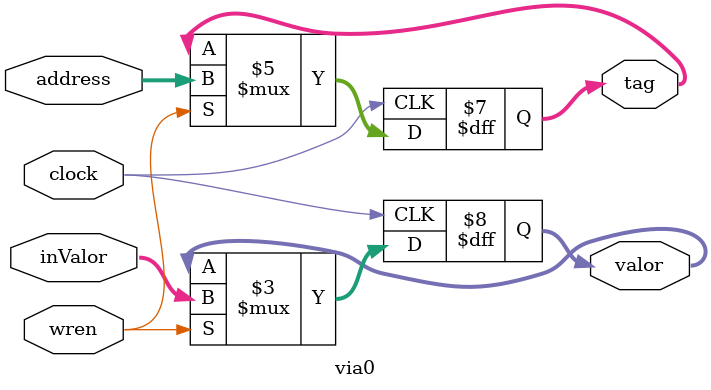
<source format=v>
module via0(
  input [6:0] address,
  input [7:0] inValor,
  input wren,
  input clock,
   
  output reg [6:0]tag,
  output reg [7:0]valor
);

initial begin
  tag     = 7'd100;
  valor   = 8'd5;
end

always@(posedge clock)begin
  if(wren)begin
    valor  <= inValor;
    tag    <= address;
  end
end

endmodule



</source>
